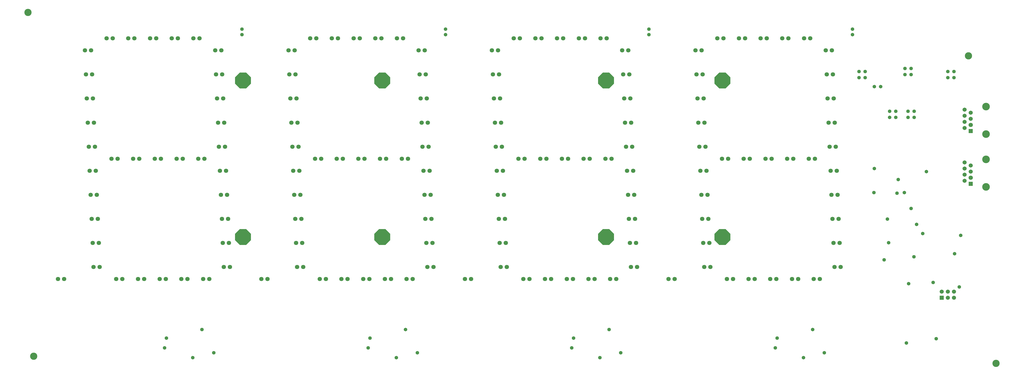
<source format=gbs>
%FSLAX24Y24*%
%MOIN*%
G70*
G01*
G75*
G04 Layer_Color=16711935*
%ADD10R,0.0354X0.0354*%
%ADD11R,0.0630X0.0236*%
%ADD12R,0.0630X0.0236*%
%ADD13R,0.0394X0.0394*%
%ADD14O,0.0217X0.0689*%
%ADD15O,0.0689X0.0217*%
%ADD16R,0.1299X0.0787*%
%ADD17O,0.0236X0.0866*%
%ADD18R,0.0492X0.1201*%
%ADD19R,0.2185X0.2559*%
%ADD20R,0.0472X0.1378*%
%ADD21R,0.0335X0.0669*%
%ADD22R,0.0866X0.0925*%
%ADD23C,0.0394*%
%ADD24R,0.0630X0.1181*%
%ADD25R,0.0335X0.0335*%
%ADD26R,0.0787X0.2362*%
%ADD27O,0.0236X0.0866*%
%ADD28R,0.0610X0.0925*%
%ADD29C,0.0150*%
%ADD30C,0.0500*%
%ADD31C,0.0250*%
%ADD32C,0.0300*%
%ADD33C,0.0100*%
%ADD34R,0.0591X0.0591*%
%ADD35C,0.0591*%
%ADD36C,0.1161*%
%ADD37C,0.0630*%
%ADD38C,0.0591*%
%ADD39R,0.0591X0.0591*%
%ADD40P,0.2706X8X22.5*%
%ADD41C,0.0500*%
%ADD42C,0.0394*%
%ADD43C,0.0098*%
%ADD44C,0.0236*%
%ADD45C,0.0079*%
%ADD46R,0.0434X0.0434*%
%ADD47R,0.0710X0.0316*%
%ADD48R,0.0710X0.0316*%
%ADD49R,0.0474X0.0474*%
%ADD50O,0.0297X0.0769*%
%ADD51O,0.0769X0.0297*%
%ADD52R,0.1379X0.0867*%
%ADD53O,0.0316X0.0946*%
%ADD54R,0.0572X0.1281*%
%ADD55R,0.2265X0.2639*%
%ADD56R,0.0552X0.1458*%
%ADD57R,0.0415X0.0749*%
%ADD58R,0.0946X0.1005*%
%ADD59C,0.0984*%
%ADD60R,0.0710X0.1261*%
%ADD61R,0.0415X0.0415*%
%ADD62R,0.0867X0.2442*%
%ADD63O,0.0316X0.0946*%
%ADD64R,0.0690X0.1005*%
%ADD65C,0.1181*%
%ADD66R,0.0671X0.0671*%
%ADD67C,0.0671*%
%ADD68C,0.1241*%
%ADD69C,0.0710*%
%ADD70C,0.0671*%
%ADD71R,0.0671X0.0671*%
%ADD72P,0.2793X8X22.5*%
%ADD73C,0.0580*%
%ADD74C,0.1181*%
D66*
X153724Y12700D02*
D03*
D67*
Y13700D02*
D03*
X154725Y12700D02*
D03*
Y13700D02*
D03*
X155724Y12700D02*
D03*
Y13700D02*
D03*
D68*
X160974Y35350D02*
D03*
Y30850D02*
D03*
X160975Y43984D02*
D03*
Y39484D02*
D03*
D69*
X158474Y32350D02*
D03*
X158475Y40984D02*
D03*
X36540Y17728D02*
D03*
X37540D02*
D03*
X37382Y21665D02*
D03*
X36382D02*
D03*
X36224Y25602D02*
D03*
X37224D02*
D03*
X37067Y29539D02*
D03*
X36067D02*
D03*
X35910Y33476D02*
D03*
X36910D02*
D03*
X16281Y17728D02*
D03*
X15281D02*
D03*
X9455Y15759D02*
D03*
X10455D02*
D03*
X16124Y21665D02*
D03*
X15124D02*
D03*
X14966Y25602D02*
D03*
X15966D02*
D03*
X15809Y29539D02*
D03*
X14809D02*
D03*
X14651Y33476D02*
D03*
X15651D02*
D03*
X36752Y37413D02*
D03*
X35752D02*
D03*
X35595Y41350D02*
D03*
X36595D02*
D03*
X36437Y45287D02*
D03*
X35437D02*
D03*
X35280Y49224D02*
D03*
X36280D02*
D03*
X36123Y53161D02*
D03*
X35123D02*
D03*
X14494Y37413D02*
D03*
X15494D02*
D03*
X15337Y41350D02*
D03*
X14337D02*
D03*
X14178Y45287D02*
D03*
X15178D02*
D03*
X15022Y49224D02*
D03*
X14022D02*
D03*
X13864Y53161D02*
D03*
X14864D02*
D03*
X33367Y35444D02*
D03*
X32367D02*
D03*
X28824D02*
D03*
X29824D02*
D03*
X26281D02*
D03*
X25281D02*
D03*
X21737D02*
D03*
X22737D02*
D03*
X19194D02*
D03*
X18194D02*
D03*
X33155Y15759D02*
D03*
X34155D02*
D03*
X30611D02*
D03*
X29611D02*
D03*
X26068D02*
D03*
X27068D02*
D03*
X23525D02*
D03*
X22525D02*
D03*
X18982D02*
D03*
X19982D02*
D03*
X32580Y55129D02*
D03*
X31580D02*
D03*
X28037D02*
D03*
X29037D02*
D03*
X25493D02*
D03*
X24493D02*
D03*
X20950D02*
D03*
X21950D02*
D03*
X18407D02*
D03*
X17407D02*
D03*
X69767Y17728D02*
D03*
X70767D02*
D03*
X70610Y21665D02*
D03*
X69610D02*
D03*
X69451Y25602D02*
D03*
X70451D02*
D03*
X70295Y29539D02*
D03*
X69295D02*
D03*
X69137Y33476D02*
D03*
X70137D02*
D03*
X48879D02*
D03*
X47879D02*
D03*
X48036Y29539D02*
D03*
X49036D02*
D03*
X49193Y25602D02*
D03*
X48193D02*
D03*
X42682Y15759D02*
D03*
X43682D02*
D03*
X69979Y37413D02*
D03*
X68979D02*
D03*
X68822Y41350D02*
D03*
X69822D02*
D03*
X69664Y45287D02*
D03*
X68664D02*
D03*
X68507Y49224D02*
D03*
X69507D02*
D03*
X69350Y53161D02*
D03*
X68350D02*
D03*
X47405Y45287D02*
D03*
X48405D02*
D03*
X48249Y49224D02*
D03*
X47249D02*
D03*
X47091Y53161D02*
D03*
X48091D02*
D03*
X66594Y35444D02*
D03*
X65594D02*
D03*
X62051D02*
D03*
X63051D02*
D03*
X59508D02*
D03*
X58508D02*
D03*
X54965D02*
D03*
X55965D02*
D03*
X52421D02*
D03*
X51421D02*
D03*
X66382Y15759D02*
D03*
X67382D02*
D03*
X63839D02*
D03*
X62839D02*
D03*
X59295D02*
D03*
X60295D02*
D03*
X56752D02*
D03*
X55752D02*
D03*
X52209D02*
D03*
X53209D02*
D03*
X65807Y55129D02*
D03*
X64807D02*
D03*
X61264D02*
D03*
X62264D02*
D03*
X58720D02*
D03*
X57720D02*
D03*
X75909Y15759D02*
D03*
X76909D02*
D03*
X82420Y25602D02*
D03*
X81420D02*
D03*
X81263Y29539D02*
D03*
X82263D02*
D03*
X82106Y33476D02*
D03*
X81106D02*
D03*
X81791Y41350D02*
D03*
X80791D02*
D03*
X80633Y45287D02*
D03*
X81633D02*
D03*
X81476Y49224D02*
D03*
X80476D02*
D03*
X80318Y53161D02*
D03*
X81318D02*
D03*
X102891Y45287D02*
D03*
X101891D02*
D03*
X101734Y49224D02*
D03*
X102734D02*
D03*
X102577Y53161D02*
D03*
X101577D02*
D03*
X102679Y25602D02*
D03*
X103679D02*
D03*
X103522Y29539D02*
D03*
X102522D02*
D03*
X102364Y33476D02*
D03*
X103364D02*
D03*
X95278Y35444D02*
D03*
X96278D02*
D03*
X92735D02*
D03*
X91735D02*
D03*
X88192D02*
D03*
X89192D02*
D03*
X85648D02*
D03*
X84648D02*
D03*
X98034Y55129D02*
D03*
X99034D02*
D03*
X95491D02*
D03*
X94491D02*
D03*
X90948D02*
D03*
X91947D02*
D03*
X93523Y15759D02*
D03*
X92523D02*
D03*
X96066D02*
D03*
X97066D02*
D03*
X100609D02*
D03*
X99609D02*
D03*
X113545Y53161D02*
D03*
X114545D02*
D03*
X114703Y49224D02*
D03*
X113703D02*
D03*
X113860Y45287D02*
D03*
X114860D02*
D03*
X115018Y41350D02*
D03*
X114018D02*
D03*
X114175Y37413D02*
D03*
X115175D02*
D03*
X110136Y15759D02*
D03*
X109136D02*
D03*
X114333Y33476D02*
D03*
X115333D02*
D03*
X115491Y29539D02*
D03*
X114491D02*
D03*
X114648Y25602D02*
D03*
X115648D02*
D03*
X115805Y21665D02*
D03*
X114805D02*
D03*
X114963Y17728D02*
D03*
X115963D02*
D03*
X119663Y15759D02*
D03*
X118663D02*
D03*
X122207D02*
D03*
X123207D02*
D03*
X126750D02*
D03*
X125750D02*
D03*
X129293D02*
D03*
X130293D02*
D03*
X133836D02*
D03*
X132836D02*
D03*
X132049Y35444D02*
D03*
X133049D02*
D03*
X129506D02*
D03*
X128506D02*
D03*
X124963D02*
D03*
X125963D02*
D03*
X122419D02*
D03*
X121419D02*
D03*
X132261Y55129D02*
D03*
X131261D02*
D03*
X127719D02*
D03*
X128719D02*
D03*
X125175D02*
D03*
X124175D02*
D03*
X120632D02*
D03*
X121632D02*
D03*
X118088D02*
D03*
X117088D02*
D03*
X136221Y17728D02*
D03*
X137221D02*
D03*
X137064Y21665D02*
D03*
X136064D02*
D03*
X135906Y25602D02*
D03*
X136906D02*
D03*
X136749Y29539D02*
D03*
X135749D02*
D03*
X135591Y33476D02*
D03*
X136591D02*
D03*
X136433Y37413D02*
D03*
X135433D02*
D03*
X135276Y41350D02*
D03*
X136276D02*
D03*
X136118Y45287D02*
D03*
X135118D02*
D03*
X134961Y49224D02*
D03*
X135961D02*
D03*
X135804Y53161D02*
D03*
X134804D02*
D03*
X99823Y35444D02*
D03*
X98823D02*
D03*
X117875D02*
D03*
X118875D02*
D03*
X49351Y21665D02*
D03*
X48351D02*
D03*
X48508Y17728D02*
D03*
X49508D02*
D03*
X47564Y41350D02*
D03*
X48564D02*
D03*
X48721Y37413D02*
D03*
X47721D02*
D03*
X55177Y55129D02*
D03*
X54177D02*
D03*
X50634D02*
D03*
X51634D02*
D03*
X85436Y15759D02*
D03*
X86436D02*
D03*
X89980D02*
D03*
X88980D02*
D03*
X81736Y17728D02*
D03*
X82736D02*
D03*
X82578Y21665D02*
D03*
X81578D02*
D03*
X81948Y37413D02*
D03*
X80948D02*
D03*
X84861Y55129D02*
D03*
X83861D02*
D03*
X87404D02*
D03*
X88404D02*
D03*
X102837Y21665D02*
D03*
X103837D02*
D03*
X103994Y17728D02*
D03*
X102994D02*
D03*
X103049Y41350D02*
D03*
X102049D02*
D03*
X102206Y37413D02*
D03*
X103206D02*
D03*
D70*
X157474Y33850D02*
D03*
X158474Y33350D02*
D03*
X157474Y32850D02*
D03*
X158474Y34350D02*
D03*
X157474Y34850D02*
D03*
Y31850D02*
D03*
X158475Y41984D02*
D03*
X157475Y41484D02*
D03*
Y42484D02*
D03*
X158475Y42984D02*
D03*
X157475Y40484D02*
D03*
Y43484D02*
D03*
D71*
X158474Y31350D02*
D03*
X158475Y39984D02*
D03*
D72*
X98937Y48239D02*
D03*
Y22649D02*
D03*
X39679D02*
D03*
Y48239D02*
D03*
X62402Y22649D02*
D03*
X62402Y48239D02*
D03*
X117921Y22649D02*
D03*
Y48239D02*
D03*
D73*
X156599Y14476D02*
D03*
X152824Y6000D02*
D03*
X134574Y3700D02*
D03*
X139174Y56650D02*
D03*
Y55750D02*
D03*
X148324Y15000D02*
D03*
X146424Y29800D02*
D03*
X148724Y27300D02*
D03*
X145054Y21710D02*
D03*
X150624Y23200D02*
D03*
X148224Y43200D02*
D03*
X149224D02*
D03*
Y42200D02*
D03*
X148224D02*
D03*
X145224D02*
D03*
X146224D02*
D03*
Y43200D02*
D03*
X145224D02*
D03*
X152324Y15200D02*
D03*
X156824Y22900D02*
D03*
X155824Y19900D02*
D03*
X144324Y18900D02*
D03*
X149624Y24700D02*
D03*
X144882Y25581D02*
D03*
X140224Y48700D02*
D03*
X141224D02*
D03*
Y49700D02*
D03*
X140224D02*
D03*
X154724D02*
D03*
X155724D02*
D03*
Y48700D02*
D03*
X154724D02*
D03*
X146624Y32050D02*
D03*
X142724Y33850D02*
D03*
X142674Y29900D02*
D03*
X147974Y5300D02*
D03*
X142724Y47250D02*
D03*
X143774D02*
D03*
X151224Y33350D02*
D03*
X148724Y49200D02*
D03*
X147724D02*
D03*
X148724Y50200D02*
D03*
X147724D02*
D03*
X147624Y29900D02*
D03*
X132664Y7500D02*
D03*
X131164Y2900D02*
D03*
X126564Y4500D02*
D03*
X126864Y6100D02*
D03*
X105947Y55750D02*
D03*
X105947Y56650D02*
D03*
X101347Y3700D02*
D03*
X68120D02*
D03*
X72720Y56650D02*
D03*
Y55750D02*
D03*
X34893Y3700D02*
D03*
X39493Y56650D02*
D03*
Y55750D02*
D03*
X60110Y4500D02*
D03*
X64710Y2900D02*
D03*
X60410Y6100D02*
D03*
X97937Y2900D02*
D03*
X99437Y7500D02*
D03*
X93637Y6100D02*
D03*
X93337Y4500D02*
D03*
X66210Y7500D02*
D03*
X27183Y6100D02*
D03*
X31483Y2900D02*
D03*
X32983Y7500D02*
D03*
X26883Y4500D02*
D03*
X149217Y19399D02*
D03*
D74*
X5512Y3140D02*
D03*
X4574Y59359D02*
D03*
X158118Y52272D02*
D03*
X162598Y1958D02*
D03*
M02*

</source>
